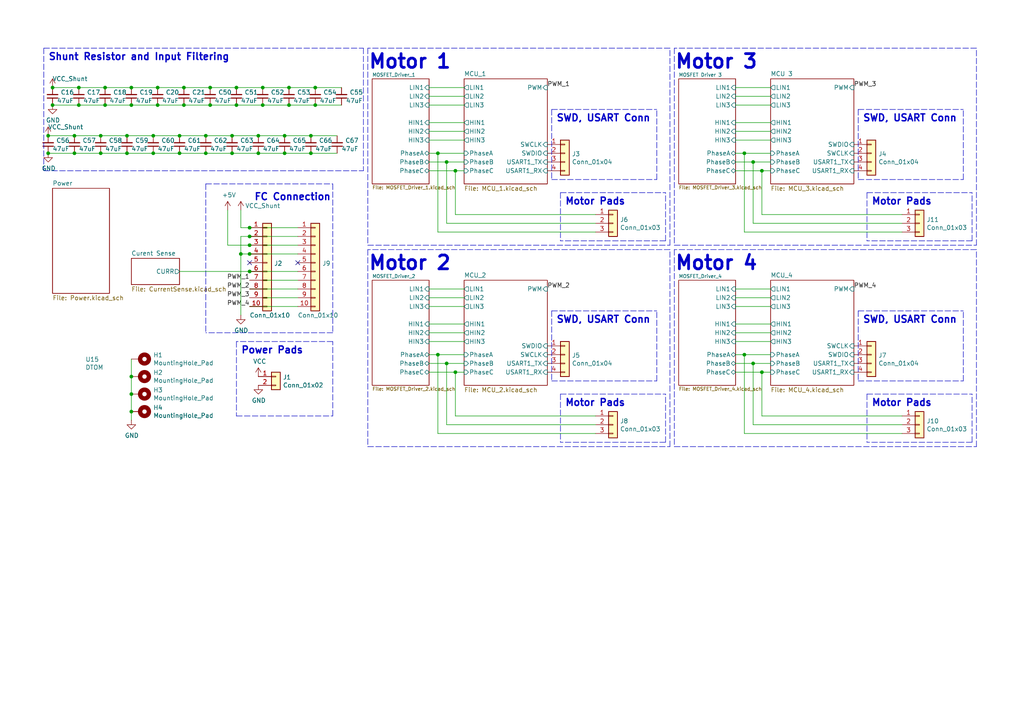
<source format=kicad_sch>
(kicad_sch (version 20250114) (generator "eeschema") (generator_version "9.0")
  (paper "A4")
  (lib_symbols
    (symbol "Connector_Generic:Conn_01x02" (pin_names (offset 1.016) (hide yes))
      (property "Reference" "J" (at 0 2.54 0))
      (property "Value" "Conn_01x02" (at 0 -5.08 0))
      (symbol "Conn_01x02_1_1"
        (rectangle (start -1.27 1.27) (end 1.27 -3.81) (stroke (width 0.254)) (fill (type background)))
        (rectangle (start -1.27 0.127) (end 0 -0.127) (stroke (width 0.1524)))
        (rectangle (start -1.27 -2.413) (end 0 -2.667) (stroke (width 0.1524)))
        (pin passive line (at -5.08 0 0) (length 3.81) (name "Pin_1") (number "1"))
        (pin passive line (at -5.08 -2.54 0) (length 3.81) (name "Pin_2") (number "2"))
      )
    )
    (symbol "Connector_Generic:Conn_01x03" (pin_names (offset 1.016) (hide yes))
      (property "Reference" "J" (at 0 5.08 0))
      (property "Value" "Conn_01x03" (at 0 -5.08 0))
      (symbol "Conn_01x03_1_1"
        (rectangle (start -1.27 3.81) (end 1.27 -3.81) (stroke (width 0.254)) (fill (type background)))
        (rectangle (start -1.27 2.667) (end 0 2.413) (stroke (width 0.1524)))
        (rectangle (start -1.27 0.127) (end 0 -0.127) (stroke (width 0.1524)))
        (rectangle (start -1.27 -2.413) (end 0 -2.667) (stroke (width 0.1524)))
        (pin passive line (at -5.08 2.54 0) (length 3.81) (name "Pin_1") (number "1"))
        (pin passive line (at -5.08 0 0) (length 3.81) (name "Pin_2") (number "2"))
        (pin passive line (at -5.08 -2.54 0) (length 3.81) (name "Pin_3") (number "3"))
      )
    )
    (symbol "Connector_Generic:Conn_01x04" (pin_names (offset 1.016) (hide yes))
      (property "Reference" "J" (at 0 5.08 0))
      (property "Value" "Conn_01x04" (at 0 -7.62 0))
      (symbol "Conn_01x04_1_1"
        (rectangle (start -1.27 3.81) (end 1.27 -6.35) (stroke (width 0.254)) (fill (type background)))
        (rectangle (start -1.27 2.667) (end 0 2.413) (stroke (width 0.1524)))
        (rectangle (start -1.27 0.127) (end 0 -0.127) (stroke (width 0.1524)))
        (rectangle (start -1.27 -2.413) (end 0 -2.667) (stroke (width 0.1524)))
        (rectangle (start -1.27 -4.953) (end 0 -5.207) (stroke (width 0.1524)))
        (pin passive line (at -5.08 2.54 0) (length 3.81) (name "Pin_1") (number "1"))
        (pin passive line (at -5.08 0 0) (length 3.81) (name "Pin_2") (number "2"))
        (pin passive line (at -5.08 -2.54 0) (length 3.81) (name "Pin_3") (number "3"))
        (pin passive line (at -5.08 -5.08 0) (length 3.81) (name "Pin_4") (number "4"))
      )
    )
    (symbol "Connector_Generic:Conn_01x10" (pin_names (offset 1.016) (hide yes))
      (property "Reference" "J" (at 0 12.7 0))
      (property "Value" "Conn_01x10" (at 0 -15.24 0))
      (symbol "Conn_01x10_1_1"
        (rectangle (start -1.27 11.43) (end 1.27 -13.97) (stroke (width 0.254)) (fill (type background)))
        (rectangle (start -1.27 10.287) (end 0 10.033) (stroke (width 0.1524)))
        (rectangle (start -1.27 7.747) (end 0 7.493) (stroke (width 0.1524)))
        (rectangle (start -1.27 5.207) (end 0 4.953) (stroke (width 0.1524)))
        (rectangle (start -1.27 2.667) (end 0 2.413) (stroke (width 0.1524)))
        (rectangle (start -1.27 0.127) (end 0 -0.127) (stroke (width 0.1524)))
        (rectangle (start -1.27 -2.413) (end 0 -2.667) (stroke (width 0.1524)))
        (rectangle (start -1.27 -4.953) (end 0 -5.207) (stroke (width 0.1524)))
        (rectangle (start -1.27 -7.493) (end 0 -7.747) (stroke (width 0.1524)))
        (rectangle (start -1.27 -10.033) (end 0 -10.287) (stroke (width 0.1524)))
        (rectangle (start -1.27 -12.573) (end 0 -12.827) (stroke (width 0.1524)))
        (pin passive line (at -5.08 10.16 0) (length 3.81) (name "Pin_1") (number "1"))
        (pin passive line (at -5.08 7.62 0) (length 3.81) (name "Pin_2") (number "2"))
        (pin passive line (at -5.08 5.08 0) (length 3.81) (name "Pin_3") (number "3"))
        (pin passive line (at -5.08 2.54 0) (length 3.81) (name "Pin_4") (number "4"))
        (pin passive line (at -5.08 0 0) (length 3.81) (name "Pin_5") (number "5"))
        (pin passive line (at -5.08 -2.54 0) (length 3.81) (name "Pin_6") (number "6"))
        (pin passive line (at -5.08 -5.08 0) (length 3.81) (name "Pin_7") (number "7"))
        (pin passive line (at -5.08 -7.62 0) (length 3.81) (name "Pin_8") (number "8"))
        (pin passive line (at -5.08 -10.16 0) (length 3.81) (name "Pin_9") (number "9"))
        (pin passive line (at -5.08 -12.7 0) (length 3.81) (name "Pin_10") (number "10"))
      )
    )
    (symbol "Device:C_Small" (pin_numbers (hide yes)) (pin_names (offset 0.254) (hide yes))
      (property "Reference" "C" (at 0.254 1.778 0))
      (property "Value" "C_Small" (at 0.254 -2.032 0))
      (symbol "C_Small_0_1"
        (polyline (pts (xy -1.524 0.508) (xy 1.524 0.508)) (stroke (width 0.3048)))
        (polyline (pts (xy -1.524 -0.508) (xy 1.524 -0.508)) (stroke (width 0.3302)))
      )
      (symbol "C_Small_1_1"
        (pin passive line (at 0 2.54 270) (length 2.032) (name "~") (number "1"))
        (pin passive line (at 0 -2.54 90) (length 2.032) (name "~") (number "2"))
      )
    )
    (symbol "JPW_Symbols:DTOM" (pin_names (offset 1.016))
      (property "Reference" "U" (at 0 1.27 0))
      (property "Value" "JPW_Symbols_DTOM" (at 0 0 0))
    )
    (symbol "Mechanical:MountingHole_Pad" (pin_numbers (hide yes)) (pin_names (offset 1.016) (hide yes)) (in_bom no)
      (property "Reference" "H" (at 0 6.35 0))
      (property "Value" "MountingHole_Pad" (at 0 4.445 0))
      (symbol "MountingHole_Pad_0_1"
        (circle (center 0 1.27) (radius 1.27) (stroke (width 1.27)))
      )
      (symbol "MountingHole_Pad_1_1"
        (pin input line (at 0 -2.54 90) (length 2.54) (name "1") (number "1"))
      )
    )
    (symbol "power:+5V" (power) (pin_numbers (hide yes)) (pin_names (offset 0) (hide yes))
      (property "Value" "+5V" (at 0 3.556 0))
      (symbol "+5V_0_1"
        (polyline (pts (xy -0.762 1.27) (xy 0 2.54)))
        (polyline (pts (xy 0 2.54) (xy 0.762 1.27)))
        (polyline (pts (xy 0 0) (xy 0 2.54)))
      )
      (symbol "+5V_1_1"
        (pin power_in line (at 0 0 90) (length 0) (name "~") (number "1"))
      )
    )
    (symbol "power:GND" (power) (pin_numbers (hide yes)) (pin_names (offset 0) (hide yes))
      (property "Value" "GND" (at 0 -3.81 0))
      (symbol "GND_0_1"
        (polyline (pts (xy 0 0) (xy 0 -1.27) (xy 1.27 -1.27) (xy 0 -2.54) (xy -1.27 -1.27) (xy 0 -1.27)))
      )
      (symbol "GND_1_1"
        (pin power_in line (at 0 0 270) (length 0) (name "~") (number "1"))
      )
    )
    (symbol "power:VCC" (power) (pin_numbers (hide yes)) (pin_names (offset 0) (hide yes))
      (property "Value" "VCC" (at 0 3.556 0))
      (symbol "VCC_0_1"
        (polyline (pts (xy -0.762 1.27) (xy 0 2.54)))
        (polyline (pts (xy 0 2.54) (xy 0.762 1.27)))
        (polyline (pts (xy 0 0) (xy 0 2.54)))
      )
      (symbol "VCC_1_1"
        (pin power_in line (at 0 0 90) (length 0) (name "~") (number "1"))
      )
    )
    (symbol "power:VCC_Shunt" (power) (pin_names (offset 1.016))
      (property "Value" "power_VCC_Shunt" (at 5.08 5.08 0))
      (symbol "VCC_Shunt_1_1"
        (polyline (pts (xy -0.762 1.27) (xy 0 2.54)))
        (polyline (pts (xy 0 2.54) (xy 0.762 1.27)))
        (polyline (pts (xy 0 0) (xy 0 2.54)))
        (pin power_in line (at 0 0 90) (length 0) (hide yes) (name "VCC_Shunt") (number "1"))
      )
    )
  )
  (text "SWD, USART Conn" (at 250.19 35.56 0) (effects (font (size 2.0066 2.0066) (thickness 0.4013) (bold yes)) (justify left bottom)))
  (text "Motor Pads" (at 252.73 59.69 0) (effects (font (size 2.0066 2.0066) (thickness 0.4013) (bold yes)) (justify left bottom)))
  (text "Motor 2" (at 106.68 78.74 0) (effects (font (size 3.9878 3.9878) (thickness 0.7976) (bold yes)) (justify left bottom)))
  (text "Motor 4" (at 195.58 78.74 0) (effects (font (size 3.9878 3.9878) (thickness 0.7976) (bold yes)) (justify left bottom)))
  (text "SWD, USART Conn" (at 161.29 93.98 0) (effects (font (size 2.0066 2.0066) (thickness 0.4013) (bold yes)) (justify left bottom)))
  (text "Motor 1" (at 106.68 20.32 0) (effects (font (size 3.9878 3.9878) (thickness 0.7976) (bold yes)) (justify left bottom)))
  (text "Motor Pads" (at 252.73 118.11 0) (effects (font (size 2.0066 2.0066) (thickness 0.4013) (bold yes)) (justify left bottom)))
  (text "Motor Pads" (at 163.83 118.11 0) (effects (font (size 2.0066 2.0066) (thickness 0.4013) (bold yes)) (justify left bottom)))
  (text "Motor 3" (at 195.58 20.32 0) (effects (font (size 3.9878 3.9878) (thickness 0.7976) (bold yes)) (justify left bottom)))
  (text "SWD, USART Conn" (at 250.19 93.98 0) (effects (font (size 2.0066 2.0066) (thickness 0.4013) (bold yes)) (justify left bottom)))
  (text "FC Connection" (at 73.66 58.42 0) (effects (font (size 2.0066 2.0066) (thickness 0.4013) (bold yes)) (justify left bottom)))
  (text "Shunt Resistor and Input Filtering" (at 13.97 17.78 0) (effects (font (size 2.0066 2.0066) (thickness 0.4013) (bold yes)) (justify left bottom)))
  (text "SWD, USART Conn" (at 161.29 35.56 0) (effects (font (size 2.0066 2.0066) (thickness 0.4013) (bold yes)) (justify left bottom)))
  (text "Motor Pads" (at 163.83 59.69 0) (effects (font (size 2.0066 2.0066) (thickness 0.4013) (bold yes)) (justify left bottom)))
  (text "Power Pads" (at 69.85 102.87 0) (effects (font (size 2.0066 2.0066) (thickness 0.4013) (bold yes)) (justify left bottom)))
  (junction (at 52.07 39.37))
  (junction (at 129.54 46.99))
  (junction (at 45.72 25.4))
  (junction (at 15.24 25.4))
  (junction (at 91.44 25.4))
  (junction (at 29.21 39.37))
  (junction (at 132.08 49.53))
  (junction (at 83.82 30.48))
  (junction (at 38.1 109.22))
  (junction (at 220.98 107.95))
  (junction (at 38.1 114.3))
  (junction (at 129.54 105.41))
  (junction (at 72.39 73.66))
  (junction (at 53.34 30.48))
  (junction (at 38.1 119.38))
  (junction (at 13.97 39.37))
  (junction (at 36.83 39.37))
  (junction (at 29.21 44.45))
  (junction (at 59.69 39.37))
  (junction (at 90.17 39.37))
  (junction (at 60.96 25.4))
  (junction (at 74.93 39.37))
  (junction (at 127 44.45))
  (junction (at 60.96 30.48))
  (junction (at 38.1 30.48))
  (junction (at 72.39 68.58))
  (junction (at 82.55 39.37))
  (junction (at 21.59 44.45))
  (junction (at 59.69 44.45))
  (junction (at 15.24 30.48))
  (junction (at 44.45 44.45))
  (junction (at 38.1 25.4))
  (junction (at 53.34 25.4))
  (junction (at 82.55 44.45))
  (junction (at 36.83 44.45))
  (junction (at 13.97 44.45))
  (junction (at 83.82 25.4))
  (junction (at 220.98 49.53))
  (junction (at 76.2 25.4))
  (junction (at 45.72 30.48))
  (junction (at 69.85 73.66))
  (junction (at 91.44 30.48))
  (junction (at 215.9 102.87))
  (junction (at 44.45 39.37))
  (junction (at 68.58 30.48))
  (junction (at 72.39 66.04))
  (junction (at 21.59 39.37))
  (junction (at 74.93 44.45))
  (junction (at 215.9 44.45))
  (junction (at 30.48 30.48))
  (junction (at 218.44 105.41))
  (junction (at 218.44 46.99))
  (junction (at 22.86 30.48))
  (junction (at 72.39 71.12))
  (junction (at 67.31 39.37))
  (junction (at 127 102.87))
  (junction (at 30.48 25.4))
  (junction (at 72.39 78.74))
  (junction (at 52.07 44.45))
  (junction (at 90.17 44.45))
  (junction (at 76.2 30.48))
  (junction (at 22.86 25.4))
  (junction (at 68.58 25.4))
  (junction (at 67.31 44.45))
  (junction (at 132.08 107.95))
  (no_connect (at 86.36 76.2))
  (no_connect (at 72.39 76.2))
  (wire (pts (xy 215.9 44.45) (xy 223.52 44.45)))
  (wire (pts (xy 134.62 96.52) (xy 124.46 96.52)))
  (wire (pts (xy 220.98 107.95) (xy 223.52 107.95)))
  (wire (pts (xy 74.93 44.45) (xy 67.31 44.45)))
  (wire (pts (xy 218.44 46.99) (xy 223.52 46.99)))
  (wire (pts (xy 124.46 40.64) (xy 134.62 40.64)))
  (wire (pts (xy 30.48 25.4) (xy 38.1 25.4)))
  (polyline (pts (xy 193.04 69.85) (xy 162.56 69.85)) (stroke (width 0) (type dash)))
  (wire (pts (xy 15.24 25.4) (xy 22.86 25.4)))
  (wire (pts (xy 60.96 30.48) (xy 53.34 30.48)))
  (polyline (pts (xy 248.92 31.75) (xy 248.92 52.07)) (stroke (width 0) (type dash)))
  (polyline (pts (xy 251.46 114.3) (xy 251.46 128.27)) (stroke (width 0) (type dash)))
  (wire (pts (xy 30.48 30.48) (xy 22.86 30.48)))
  (polyline (pts (xy 194.31 71.12) (xy 194.31 13.97)) (stroke (width 0) (type dash)))
  (wire (pts (xy 44.45 44.45) (xy 36.83 44.45)))
  (wire (pts (xy 124.46 83.82) (xy 134.62 83.82)))
  (polyline (pts (xy 193.04 69.85) (xy 193.04 55.88)) (stroke (width 0) (type dash)))
  (wire (pts (xy 220.98 62.23) (xy 261.62 62.23)))
  (wire (pts (xy 124.46 99.06) (xy 134.62 99.06)))
  (wire (pts (xy 213.36 35.56) (xy 223.52 35.56)))
  (wire (pts (xy 220.98 107.95) (xy 220.98 120.65)))
  (wire (pts (xy 261.62 64.77) (xy 218.44 64.77)))
  (wire (pts (xy 132.08 107.95) (xy 134.62 107.95)))
  (polyline (pts (xy 279.4 110.49) (xy 279.4 90.17)) (stroke (width 0) (type dash)))
  (polyline (pts (xy 283.21 13.97) (xy 195.58 13.97)) (stroke (width 0) (type dash)))
  (polyline (pts (xy 96.52 96.52) (xy 59.69 96.52)) (stroke (width 0) (type dash)))
  (polyline (pts (xy 283.21 129.54) (xy 283.21 72.39)) (stroke (width 0) (type dash)))
  (wire (pts (xy 29.21 39.37) (xy 36.83 39.37)))
  (wire (pts (xy 38.1 114.3) (xy 38.1 109.22)))
  (polyline (pts (xy 12.7 49.53) (xy 105.41 49.53)) (stroke (width 0) (type dash)))
  (wire (pts (xy 67.31 44.45) (xy 59.69 44.45)))
  (polyline (pts (xy 281.94 128.27) (xy 251.46 128.27)) (stroke (width 0) (type dash)))
  (wire (pts (xy 72.39 86.36) (xy 86.36 86.36)))
  (polyline (pts (xy 106.68 71.12) (xy 194.31 71.12)) (stroke (width 0) (type dash)))
  (wire (pts (xy 76.2 25.4) (xy 83.82 25.4)))
  (wire (pts (xy 13.97 39.37) (xy 21.59 39.37)))
  (wire (pts (xy 69.85 68.58) (xy 72.39 68.58)))
  (wire (pts (xy 36.83 44.45) (xy 29.21 44.45)))
  (polyline (pts (xy 193.04 128.27) (xy 162.56 128.27)) (stroke (width 0) (type dash)))
  (wire (pts (xy 21.59 39.37) (xy 29.21 39.37)))
  (wire (pts (xy 72.39 73.66) (xy 69.85 73.66)))
  (wire (pts (xy 91.44 30.48) (xy 83.82 30.48)))
  (wire (pts (xy 90.17 44.45) (xy 82.55 44.45)))
  (wire (pts (xy 129.54 123.19) (xy 129.54 105.41)))
  (wire (pts (xy 38.1 121.92) (xy 38.1 119.38)))
  (wire (pts (xy 72.39 83.82) (xy 86.36 83.82)))
  (wire (pts (xy 132.08 120.65) (xy 172.72 120.65)))
  (polyline (pts (xy 283.21 72.39) (xy 195.58 72.39)) (stroke (width 0) (type dash)))
  (polyline (pts (xy 248.92 110.49) (xy 279.4 110.49)) (stroke (width 0) (type dash)))
  (wire (pts (xy 124.46 93.98) (xy 134.62 93.98)))
  (polyline (pts (xy 96.52 99.06) (xy 68.58 99.06)) (stroke (width 0) (type dash)))
  (wire (pts (xy 220.98 49.53) (xy 223.52 49.53)))
  (polyline (pts (xy 68.58 99.06) (xy 68.58 120.65)) (stroke (width 0) (type dash)))
  (wire (pts (xy 68.58 25.4) (xy 76.2 25.4)))
  (wire (pts (xy 38.1 25.4) (xy 45.72 25.4)))
  (wire (pts (xy 72.39 78.74) (xy 86.36 78.74)))
  (wire (pts (xy 129.54 64.77) (xy 129.54 46.99)))
  (polyline (pts (xy 106.68 13.97) (xy 106.68 71.12)) (stroke (width 0) (type dash)))
  (wire (pts (xy 129.54 105.41) (xy 134.62 105.41)))
  (polyline (pts (xy 96.52 53.34) (xy 96.52 96.52)) (stroke (width 0) (type dash)))
  (polyline (pts (xy 248.92 90.17) (xy 248.92 110.49)) (stroke (width 0) (type dash)))
  (wire (pts (xy 86.36 88.9) (xy 72.39 88.9)))
  (wire (pts (xy 213.36 99.06) (xy 223.52 99.06)))
  (polyline (pts (xy 193.04 128.27) (xy 193.04 114.3)) (stroke (width 0) (type dash)))
  (wire (pts (xy 124.46 46.99) (xy 129.54 46.99)))
  (wire (pts (xy 215.9 125.73) (xy 261.62 125.73)))
  (wire (pts (xy 53.34 30.48) (xy 45.72 30.48)))
  (wire (pts (xy 36.83 39.37) (xy 44.45 39.37)))
  (wire (pts (xy 127 102.87) (xy 127 125.73)))
  (wire (pts (xy 127 44.45) (xy 134.62 44.45)))
  (polyline (pts (xy 12.7 13.97) (xy 105.41 13.97)) (stroke (width 0) (type dash)))
  (wire (pts (xy 59.69 44.45) (xy 52.07 44.45)))
  (wire (pts (xy 124.46 86.36) (xy 134.62 86.36)))
  (wire (pts (xy 213.36 86.36) (xy 223.52 86.36)))
  (wire (pts (xy 132.08 62.23) (xy 172.72 62.23)))
  (polyline (pts (xy 106.68 129.54) (xy 194.31 129.54)) (stroke (width 0) (type dash)))
  (wire (pts (xy 220.98 49.53) (xy 220.98 62.23)))
  (wire (pts (xy 99.06 30.48) (xy 91.44 30.48)))
  (wire (pts (xy 132.08 107.95) (xy 132.08 120.65)))
  (wire (pts (xy 86.36 68.58) (xy 72.39 68.58)))
  (wire (pts (xy 124.46 49.53) (xy 132.08 49.53)))
  (polyline (pts (xy 68.58 120.65) (xy 96.52 120.65)) (stroke (width 0) (type dash)))
  (wire (pts (xy 124.46 27.94) (xy 134.62 27.94)))
  (wire (pts (xy 127 102.87) (xy 134.62 102.87)))
  (wire (pts (xy 215.9 102.87) (xy 223.52 102.87)))
  (polyline (pts (xy 96.52 120.65) (xy 96.52 99.06)) (stroke (width 0) (type dash)))
  (wire (pts (xy 66.04 71.12) (xy 72.39 71.12)))
  (wire (pts (xy 60.96 25.4) (xy 68.58 25.4)))
  (polyline (pts (xy 281.94 69.85) (xy 251.46 69.85)) (stroke (width 0) (type dash)))
  (wire (pts (xy 213.36 49.53) (xy 220.98 49.53)))
  (wire (pts (xy 67.31 39.37) (xy 74.93 39.37)))
  (wire (pts (xy 172.72 64.77) (xy 129.54 64.77)))
  (wire (pts (xy 132.08 49.53) (xy 134.62 49.53)))
  (wire (pts (xy 127 67.31) (xy 172.72 67.31)))
  (polyline (pts (xy 251.46 114.3) (xy 281.94 114.3)) (stroke (width 0) (type dash)))
  (wire (pts (xy 45.72 30.48) (xy 38.1 30.48)))
  (wire (pts (xy 132.08 49.53) (xy 132.08 62.23)))
  (wire (pts (xy 69.85 73.66) (xy 69.85 91.44)))
  (wire (pts (xy 72.39 66.04) (xy 86.36 66.04)))
  (polyline (pts (xy 190.5 52.07) (xy 190.5 31.75)) (stroke (width 0) (type dash)))
  (wire (pts (xy 213.36 44.45) (xy 215.9 44.45)))
  (wire (pts (xy 82.55 39.37) (xy 90.17 39.37)))
  (wire (pts (xy 127 125.73) (xy 172.72 125.73)))
  (wire (pts (xy 86.36 81.28) (xy 72.39 81.28)))
  (wire (pts (xy 124.46 35.56) (xy 134.62 35.56)))
  (polyline (pts (xy 248.92 90.17) (xy 279.4 90.17)) (stroke (width 0) (type dash)))
  (polyline (pts (xy 281.94 69.85) (xy 281.94 55.88)) (stroke (width 0) (type dash)))
  (wire (pts (xy 59.69 39.37) (xy 67.31 39.37)))
  (wire (pts (xy 213.36 46.99) (xy 218.44 46.99)))
  (wire (pts (xy 127 44.45) (xy 127 67.31)))
  (polyline (pts (xy 160.02 90.17) (xy 190.5 90.17)) (stroke (width 0) (type dash)))
  (polyline (pts (xy 195.58 129.54) (xy 283.21 129.54)) (stroke (width 0) (type dash)))
  (polyline (pts (xy 59.69 53.34) (xy 59.69 96.52)) (stroke (width 0) (type dash)))
  (wire (pts (xy 22.86 25.4) (xy 30.48 25.4)))
  (wire (pts (xy 66.04 60.96) (xy 66.04 71.12)))
  (wire (pts (xy 82.55 44.45) (xy 74.93 44.45)))
  (wire (pts (xy 69.85 68.58) (xy 69.85 73.66)))
  (wire (pts (xy 124.46 25.4) (xy 134.62 25.4)))
  (polyline (pts (xy 281.94 128.27) (xy 281.94 114.3)) (stroke (width 0) (type dash)))
  (wire (pts (xy 124.46 102.87) (xy 127 102.87)))
  (polyline (pts (xy 283.21 71.12) (xy 283.21 13.97)) (stroke (width 0) (type dash)))
  (wire (pts (xy 218.44 64.77) (xy 218.44 46.99)))
  (polyline (pts (xy 106.68 72.39) (xy 106.68 129.54)) (stroke (width 0) (type dash)))
  (polyline (pts (xy 160.02 31.75) (xy 160.02 52.07)) (stroke (width 0) (type dash)))
  (polyline (pts (xy 160.02 110.49) (xy 190.5 110.49)) (stroke (width 0) (type dash)))
  (wire (pts (xy 213.36 40.64) (xy 223.52 40.64)))
  (wire (pts (xy 72.39 73.66) (xy 86.36 73.66)))
  (wire (pts (xy 134.62 30.48) (xy 124.46 30.48)))
  (wire (pts (xy 74.93 39.37) (xy 82.55 39.37)))
  (wire (pts (xy 213.36 102.87) (xy 215.9 102.87)))
  (polyline (pts (xy 162.56 55.88) (xy 193.04 55.88)) (stroke (width 0) (type dash)))
  (wire (pts (xy 124.46 107.95) (xy 132.08 107.95)))
  (wire (pts (xy 134.62 38.1) (xy 124.46 38.1)))
  (wire (pts (xy 90.17 39.37) (xy 97.79 39.37)))
  (wire (pts (xy 83.82 25.4) (xy 91.44 25.4)))
  (wire (pts (xy 97.79 44.45) (xy 90.17 44.45)))
  (polyline (pts (xy 195.58 13.97) (xy 195.58 71.12)) (stroke (width 0) (type dash)))
  (wire (pts (xy 172.72 123.19) (xy 129.54 123.19)))
  (wire (pts (xy 69.85 66.04) (xy 72.39 66.04)))
  (polyline (pts (xy 162.56 114.3) (xy 162.56 128.27)) (stroke (width 0) (type dash)))
  (polyline (pts (xy 251.46 55.88) (xy 251.46 69.85)) (stroke (width 0) (type dash)))
  (polyline (pts (xy 105.41 13.97) (xy 105.41 49.53)) (stroke (width 0) (type dash)))
  (wire (pts (xy 129.54 46.99) (xy 134.62 46.99)))
  (wire (pts (xy 213.36 27.94) (xy 223.52 27.94)))
  (polyline (pts (xy 195.58 72.39) (xy 195.58 129.54)) (stroke (width 0) (type dash)))
  (wire (pts (xy 91.44 25.4) (xy 99.06 25.4)))
  (polyline (pts (xy 195.58 71.12) (xy 283.21 71.12)) (stroke (width 0) (type dash)))
  (wire (pts (xy 22.86 30.48) (xy 15.24 30.48)))
  (polyline (pts (xy 248.92 31.75) (xy 279.4 31.75)) (stroke (width 0) (type dash)))
  (polyline (pts (xy 251.46 55.88) (xy 281.94 55.88)) (stroke (width 0) (type dash)))
  (wire (pts (xy 215.9 102.87) (xy 215.9 125.73)))
  (wire (pts (xy 220.98 120.65) (xy 261.62 120.65)))
  (wire (pts (xy 223.52 30.48) (xy 213.36 30.48)))
  (wire (pts (xy 223.52 38.1) (xy 213.36 38.1)))
  (wire (pts (xy 215.9 67.31) (xy 261.62 67.31)))
  (wire (pts (xy 68.58 30.48) (xy 60.96 30.48)))
  (wire (pts (xy 213.36 105.41) (xy 218.44 105.41)))
  (polyline (pts (xy 160.02 90.17) (xy 160.02 110.49)) (stroke (width 0) (type dash)))
  (polyline (pts (xy 160.02 52.07) (xy 190.5 52.07)) (stroke (width 0) (type dash)))
  (wire (pts (xy 69.85 60.96) (xy 69.85 66.04)))
  (polyline (pts (xy 190.5 110.49) (xy 190.5 90.17)) (stroke (width 0) (type dash)))
  (polyline (pts (xy 162.56 55.88) (xy 162.56 69.85)) (stroke (width 0) (type dash)))
  (wire (pts (xy 44.45 39.37) (xy 52.07 39.37)))
  (wire (pts (xy 83.82 30.48) (xy 76.2 30.48)))
  (polyline (pts (xy 160.02 31.75) (xy 190.5 31.75)) (stroke (width 0) (type dash)))
  (wire (pts (xy 213.36 93.98) (xy 223.52 93.98)))
  (wire (pts (xy 45.72 25.4) (xy 53.34 25.4)))
  (wire (pts (xy 72.39 71.12) (xy 86.36 71.12)))
  (wire (pts (xy 134.62 88.9) (xy 124.46 88.9)))
  (wire (pts (xy 223.52 96.52) (xy 213.36 96.52)))
  (wire (pts (xy 124.46 44.45) (xy 127 44.45)))
  (wire (pts (xy 213.36 83.82) (xy 223.52 83.82)))
  (wire (pts (xy 213.36 25.4) (xy 223.52 25.4)))
  (polyline (pts (xy 194.31 13.97) (xy 106.68 13.97)) (stroke (width 0) (type dash)))
  (wire (pts (xy 261.62 123.19) (xy 218.44 123.19)))
  (wire (pts (xy 53.34 25.4) (xy 60.96 25.4)))
  (polyline (pts (xy 12.7 13.97) (xy 12.7 49.53)) (stroke (width 0) (type dash)))
  (wire (pts (xy 38.1 109.22) (xy 38.1 104.14)))
  (polyline (pts (xy 162.56 114.3) (xy 193.04 114.3)) (stroke (width 0) (type dash)))
  (wire (pts (xy 124.46 105.41) (xy 129.54 105.41)))
  (polyline (pts (xy 59.69 53.34) (xy 96.52 53.34)) (stroke (width 0) (type dash)))
  (polyline (pts (xy 194.31 72.39) (xy 106.68 72.39)) (stroke (width 0) (type dash)))
  (polyline (pts (xy 279.4 52.07) (xy 279.4 31.75)) (stroke (width 0) (type dash)))
  (wire (pts (xy 29.21 44.45) (xy 21.59 44.45)))
  (wire (pts (xy 215.9 44.45) (xy 215.9 67.31)))
  (wire (pts (xy 213.36 107.95) (xy 220.98 107.95)))
  (wire (pts (xy 38.1 119.38) (xy 38.1 114.3)))
  (wire (pts (xy 52.07 78.74) (xy 72.39 78.74)))
  (polyline (pts (xy 194.31 129.54) (xy 194.31 72.39)) (stroke (width 0) (type dash)))
  (polyline (pts (xy 248.92 52.07) (xy 279.4 52.07)) (stroke (width 0) (type dash)))
  (wire (pts (xy 223.52 88.9) (xy 213.36 88.9)))
  (wire (pts (xy 21.59 44.45) (xy 13.97 44.45)))
  (wire (pts (xy 52.07 44.45) (xy 44.45 44.45)))
  (wire (pts (xy 52.07 39.37) (xy 59.69 39.37)))
  (wire (pts (xy 38.1 30.48) (xy 30.48 30.48)))
  (wire (pts (xy 218.44 105.41) (xy 223.52 105.41)))
  (wire (pts (xy 218.44 123.19) (xy 218.44 105.41)))
  (wire (pts (xy 76.2 30.48) (xy 68.58 30.48)))
  (label "PWM_2" (at 72.39 83.82 180))
  (label "PWM_1" (at 158.75 25.4 0))
  (label "PWM_3" (at 247.65 25.4 0))
  (label "PWM_4" (at 72.39 88.9 180))
  (label "PWM_2" (at 158.75 83.82 0))
  (label "PWM_4" (at 247.65 83.82 0))
  (label "PWM_1" (at 72.39 81.28 180))
  (label "PWM_3" (at 72.39 86.36 180))
  (symbol (lib_id "Device:C_Small") (at 15.24 27.94 180) (unit 1)
    (property "Reference" "C16" (at 17.5768 26.7716 0) (effects (justify right)))
    (property "Value" "47uF" (at 16.51 29.21 0) (effects (justify right)))
    (property "Footprint" "Capacitor_SMD:C_1206_3216Metric" (effects (hide yes)))
  )
  (symbol (lib_id "Device:C_Small") (at 22.86 27.94 180) (unit 1)
    (property "Reference" "C17" (at 25.1968 26.7716 0) (effects (justify right)))
    (property "Value" "47uF" (at 24.13 29.21 0) (effects (justify right)))
    (property "Footprint" "Capacitor_SMD:C_1206_3216Metric" (effects (hide yes)))
  )
  (symbol (lib_id "Device:C_Small") (at 30.48 27.94 180) (unit 1)
    (property "Reference" "C18" (at 32.8168 26.7716 0) (effects (justify right)))
    (property "Value" "47uF" (at 31.75 29.21 0) (effects (justify right)))
    (property "Footprint" "Capacitor_SMD:C_1206_3216Metric" (effects (hide yes)))
  )
  (symbol (lib_id "Device:C_Small") (at 38.1 27.94 180) (unit 1)
    (property "Reference" "C19" (at 40.4368 26.7716 0) (effects (justify right)))
    (property "Value" "47uF" (at 39.37 29.21 0) (effects (justify right)))
    (property "Footprint" "Capacitor_SMD:C_1206_3216Metric" (effects (hide yes)))
  )
  (symbol (lib_id "Device:C_Small") (at 45.72 27.94 180) (unit 1)
    (property "Reference" "C20" (at 48.0568 26.7716 0) (effects (justify right)))
    (property "Value" "47uF" (at 46.99 29.21 0) (effects (justify right)))
    (property "Footprint" "Capacitor_SMD:C_1206_3216Metric" (effects (hide yes)))
  )
  (symbol (lib_id "Device:C_Small") (at 53.34 27.94 180) (unit 1)
    (property "Reference" "C21" (at 55.6768 26.7716 0) (effects (justify right)))
    (property "Value" "47uF" (at 54.61 29.21 0) (effects (justify right)))
    (property "Footprint" "Capacitor_SMD:C_1206_3216Metric" (effects (hide yes)))
  )
  (symbol (lib_id "power:GND") (at 15.24 30.48 0) (unit 1)
    (property "Reference" "#PWR0121" (effects (hide yes)))
    (property "Value" "GND" (at 15.367 34.8742 0))
  )
  (symbol (lib_id "Connector_Generic:Conn_01x02") (at 80.01 109.22 0) (unit 1)
    (property "Reference" "J1" (at 82.042 109.4232 0) (effects (justify left)))
    (property "Value" "Conn_01x02" (at 82.042 111.7346 0) (effects (justify left)))
    (property "Footprint" "Connector_Wire:Conn_PowerPad_4in1" (effects (hide yes)))
  )
  (symbol (lib_id "power:VCC") (at 74.93 109.22 0) (unit 1)
    (property "Reference" "#PWR0115" (effects (hide yes)))
    (property "Value" "VCC" (at 75.311 104.8258 0))
  )
  (symbol (lib_id "power:GND") (at 74.93 111.76 0) (unit 1)
    (property "Reference" "#PWR0116" (effects (hide yes)))
    (property "Value" "GND" (at 75.057 116.1542 0))
  )
  (symbol (lib_id "power:GND") (at 69.85 91.44 0) (unit 1)
    (property "Reference" "#PWR0114" (effects (hide yes)))
    (property "Value" "GND" (at 69.977 95.8342 0))
  )
  (symbol (lib_id "power:VCC_Shunt") (at 15.24 25.4 0) (unit 1)
    (property "Reference" "#PWR0104" (effects (hide yes)))
    (property "Value" "VCC_Shunt" (at 20.32 22.86 0))
  )
  (symbol (lib_id "power:VCC_Shunt") (at 69.85 60.96 0) (unit 1)
    (property "Reference" "#PWR0124" (effects (hide yes)))
    (property "Value" "VCC_Shunt" (at 76.2 59.69 0))
  )
  (symbol (lib_id "Mechanical:MountingHole_Pad") (at 40.64 104.14 270) (unit 1)
    (property "Reference" "H1" (at 44.45 102.9716 90) (effects (justify left)))
    (property "Value" "MountingHole_Pad" (at 44.45 105.283 90) (effects (justify left)))
    (property "Footprint" "MountingHole:MountingHole_4in1ESC" (effects (hide yes)))
  )
  (symbol (lib_id "Mechanical:MountingHole_Pad") (at 40.64 109.22 270) (unit 1)
    (property "Reference" "H2" (at 44.45 108.0516 90) (effects (justify left)))
    (property "Value" "MountingHole_Pad" (at 44.45 110.363 90) (effects (justify left)))
    (property "Footprint" "MountingHole:MountingHole_4in1ESC" (effects (hide yes)))
  )
  (symbol (lib_id "Mechanical:MountingHole_Pad") (at 40.64 114.3 270) (unit 1)
    (property "Reference" "H3" (at 44.45 113.1316 90) (effects (justify left)))
    (property "Value" "MountingHole_Pad" (at 44.45 115.443 90) (effects (justify left)))
    (property "Footprint" "MountingHole:MountingHole_4in1ESC" (effects (hide yes)))
  )
  (symbol (lib_id "Mechanical:MountingHole_Pad") (at 40.64 119.38 270) (unit 1)
    (property "Reference" "H4" (at 44.45 118.2116 90) (effects (justify left)))
    (property "Value" "MountingHole_Pad" (at 44.45 120.523 90) (effects (justify left)))
    (property "Footprint" "MountingHole:MountingHole_4in1ESC" (effects (hide yes)))
  )
  (symbol (lib_id "power:GND") (at 38.1 121.92 0) (unit 1)
    (property "Reference" "#PWR0218" (effects (hide yes)))
    (property "Value" "GND" (at 38.227 126.3142 0))
  )
  (symbol (lib_id "Device:C_Small") (at 60.96 27.94 180) (unit 1)
    (property "Reference" "C50" (at 63.2968 26.7716 0) (effects (justify right)))
    (property "Value" "47uF" (at 62.23 29.21 0) (effects (justify right)))
    (property "Footprint" "Capacitor_SMD:C_1206_3216Metric" (effects (hide yes)))
  )
  (symbol (lib_id "Device:C_Small") (at 68.58 27.94 180) (unit 1)
    (property "Reference" "C51" (at 70.9168 26.7716 0) (effects (justify right)))
    (property "Value" "47uF" (at 69.85 29.21 0) (effects (justify right)))
    (property "Footprint" "Capacitor_SMD:C_1206_3216Metric" (effects (hide yes)))
  )
  (symbol (lib_id "Device:C_Small") (at 76.2 27.94 180) (unit 1)
    (property "Reference" "C52" (at 78.5368 26.7716 0) (effects (justify right)))
    (property "Value" "47uF" (at 77.47 29.21 0) (effects (justify right)))
    (property "Footprint" "Capacitor_SMD:C_1206_3216Metric" (effects (hide yes)))
  )
  (symbol (lib_id "Device:C_Small") (at 83.82 27.94 180) (unit 1)
    (property "Reference" "C53" (at 86.1568 26.7716 0) (effects (justify right)))
    (property "Value" "47uF" (at 85.09 29.21 0) (effects (justify right)))
    (property "Footprint" "Capacitor_SMD:C_1206_3216Metric" (effects (hide yes)))
  )
  (symbol (lib_id "Device:C_Small") (at 91.44 27.94 180) (unit 1)
    (property "Reference" "C54" (at 93.7768 26.7716 0) (effects (justify right)))
    (property "Value" "47uF" (at 92.71 29.21 0) (effects (justify right)))
    (property "Footprint" "Capacitor_SMD:C_1206_3216Metric" (effects (hide yes)))
  )
  (symbol (lib_id "Device:C_Small") (at 99.06 27.94 180) (unit 1)
    (property "Reference" "C55" (at 101.3968 26.7716 0) (effects (justify right)))
    (property "Value" "47uF" (at 100.33 29.21 0) (effects (justify right)))
    (property "Footprint" "Capacitor_SMD:C_1206_3216Metric" (effects (hide yes)))
  )
  (symbol (lib_id "Connector_Generic:Conn_01x03") (at 266.7 64.77 0) (unit 1)
    (property "Reference" "J11" (at 268.732 63.7032 0) (effects (justify left)))
    (property "Value" "Conn_01x03" (at 268.732 66.0146 0) (effects (justify left)))
    (property "Footprint" "Connector_Wire:Conn_MotorPhase" (effects (hide yes)))
  )
  (symbol (lib_id "Device:C_Small") (at 13.97 41.91 180) (unit 1)
    (property "Reference" "C56" (at 16.3068 40.7416 0) (effects (justify right)))
    (property "Value" "47uF" (at 15.24 43.18 0) (effects (justify right)))
    (property "Footprint" "Capacitor_SMD:C_1206_3216Metric" (effects (hide yes)))
  )
  (symbol (lib_id "Device:C_Small") (at 21.59 41.91 180) (unit 1)
    (property "Reference" "C57" (at 23.9268 40.7416 0) (effects (justify right)))
    (property "Value" "47uF" (at 22.86 43.18 0) (effects (justify right)))
    (property "Footprint" "Capacitor_SMD:C_1206_3216Metric" (effects (hide yes)))
  )
  (symbol (lib_id "Device:C_Small") (at 29.21 41.91 180) (unit 1)
    (property "Reference" "C58" (at 31.5468 40.7416 0) (effects (justify right)))
    (property "Value" "47uF" (at 30.48 43.18 0) (effects (justify right)))
    (property "Footprint" "Capacitor_SMD:C_1206_3216Metric" (effects (hide yes)))
  )
  (symbol (lib_id "Device:C_Small") (at 36.83 41.91 180) (unit 1)
    (property "Reference" "C59" (at 39.1668 40.7416 0) (effects (justify right)))
    (property "Value" "47uF" (at 38.1 43.18 0) (effects (justify right)))
    (property "Footprint" "Capacitor_SMD:C_1206_3216Metric" (effects (hide yes)))
  )
  (symbol (lib_id "Device:C_Small") (at 44.45 41.91 180) (unit 1)
    (property "Reference" "C60" (at 46.7868 40.7416 0) (effects (justify right)))
    (property "Value" "47uF" (at 45.72 43.18 0) (effects (justify right)))
    (property "Footprint" "Capacitor_SMD:C_1206_3216Metric" (effects (hide yes)))
  )
  (symbol (lib_id "Device:C_Small") (at 52.07 41.91 180) (unit 1)
    (property "Reference" "C61" (at 54.4068 40.7416 0) (effects (justify right)))
    (property "Value" "47uF" (at 53.34 43.18 0) (effects (justify right)))
    (property "Footprint" "Capacitor_SMD:C_1206_3216Metric" (effects (hide yes)))
  )
  (symbol (lib_id "power:GND") (at 13.97 44.45 0) (unit 1)
    (property "Reference" "#PWR0216" (effects (hide yes)))
    (property "Value" "GND" (at 14.097 48.8442 0))
  )
  (symbol (lib_id "power:VCC_Shunt") (at 13.97 39.37 0) (unit 1)
    (property "Reference" "#PWR0217" (effects (hide yes)))
    (property "Value" "VCC_Shunt" (at 19.05 36.83 0))
  )
  (symbol (lib_id "Device:C_Small") (at 59.69 41.91 180) (unit 1)
    (property "Reference" "C62" (at 62.0268 40.7416 0) (effects (justify right)))
    (property "Value" "47uF" (at 60.96 43.18 0) (effects (justify right)))
    (property "Footprint" "Capacitor_SMD:C_1206_3216Metric" (effects (hide yes)))
  )
  (symbol (lib_id "Device:C_Small") (at 67.31 41.91 180) (unit 1)
    (property "Reference" "C63" (at 69.6468 40.7416 0) (effects (justify right)))
    (property "Value" "47uF" (at 68.58 43.18 0) (effects (justify right)))
    (property "Footprint" "Capacitor_SMD:C_1206_3216Metric" (effects (hide yes)))
  )
  (symbol (lib_id "Device:C_Small") (at 74.93 41.91 180) (unit 1)
    (property "Reference" "C64" (at 77.2668 40.7416 0) (effects (justify right)))
    (property "Value" "47uF" (at 76.2 43.18 0) (effects (justify right)))
    (property "Footprint" "Capacitor_SMD:C_1206_3216Metric" (effects (hide yes)))
  )
  (symbol (lib_id "Device:C_Small") (at 82.55 41.91 180) (unit 1)
    (property "Reference" "C65" (at 84.8868 40.7416 0) (effects (justify right)))
    (property "Value" "47uF" (at 83.82 43.18 0) (effects (justify right)))
    (property "Footprint" "Capacitor_SMD:C_1206_3216Metric" (effects (hide yes)))
  )
  (symbol (lib_id "Device:C_Small") (at 90.17 41.91 180) (unit 1)
    (property "Reference" "C66" (at 92.5068 40.7416 0) (effects (justify right)))
    (property "Value" "47uF" (at 91.44 43.18 0) (effects (justify right)))
    (property "Footprint" "Capacitor_SMD:C_1206_3216Metric" (effects (hide yes)))
  )
  (symbol (lib_id "Device:C_Small") (at 97.79 41.91 180) (unit 1)
    (property "Reference" "C67" (at 100.1268 40.7416 0) (effects (justify right)))
    (property "Value" "47uF" (at 99.06 43.18 0) (effects (justify right)))
    (property "Footprint" "Capacitor_SMD:C_1206_3216Metric" (effects (hide yes)))
  )
  (symbol (lib_id "Connector_Generic:Conn_01x10") (at 91.44 76.2 0) (unit 1)
    (property "Reference" "J9" (at 93.472 76.4032 0) (effects (justify left)))
    (property "Value" "Conn_01x10" (at 86.36 91.44 0) (effects (justify left)))
    (property "Footprint" "Connector_Wire:Conn_FC_Solder_10" (effects (hide yes)))
  )
  (symbol (lib_id "Connector_Generic:Conn_01x10") (at 77.47 76.2 0) (unit 1)
    (property "Reference" "J2" (at 79.502 76.4032 0) (effects (justify left)))
    (property "Value" "Conn_01x10" (at 72.39 91.44 0) (effects (justify left)))
    (property "Footprint" "Connector_JST:JST_SH_SM10B-SRSS-TB_1x10-1MP_P1.00mm_Horizontal" (effects (hide yes)))
  )
  (symbol (lib_id "power:+5V") (at 66.04 60.96 0) (unit 1)
    (property "Reference" "#PWR0215" (effects (hide yes)))
    (property "Value" "+5V" (at 66.421 56.5658 0))
  )
  (symbol (lib_id "Connector_Generic:Conn_01x04") (at 163.83 44.45 0) (unit 1)
    (property "Reference" "J3" (at 165.862 44.6532 0) (effects (justify left)))
    (property "Value" "Conn_01x04" (at 165.862 46.9646 0) (effects (justify left)))
    (property "Footprint" "Connector_Wire:Conn_Debug" (effects (hide yes)))
  )
  (symbol (lib_id "Connector_Generic:Conn_01x04") (at 163.83 102.87 0) (unit 1)
    (property "Reference" "J5" (at 165.862 103.0732 0) (effects (justify left)))
    (property "Value" "Conn_01x04" (at 165.862 105.3846 0) (effects (justify left)))
    (property "Footprint" "Connector_Wire:Conn_Debug" (effects (hide yes)))
  )
  (symbol (lib_id "Connector_Generic:Conn_01x04") (at 252.73 102.87 0) (unit 1)
    (property "Reference" "J7" (at 254.762 103.0732 0) (effects (justify left)))
    (property "Value" "Conn_01x04" (at 254.762 105.3846 0) (effects (justify left)))
    (property "Footprint" "Connector_Wire:Conn_Debug" (effects (hide yes)))
  )
  (symbol (lib_id "Connector_Generic:Conn_01x04") (at 252.73 44.45 0) (unit 1)
    (property "Reference" "J4" (at 254.762 44.6532 0) (effects (justify left)))
    (property "Value" "Conn_01x04" (at 254.762 46.9646 0) (effects (justify left)))
    (property "Footprint" "Connector_Wire:Conn_Debug" (effects (hide yes)))
  )
  (symbol (lib_id "Connector_Generic:Conn_01x03") (at 177.8 123.19 0) (unit 1)
    (property "Reference" "J8" (at 179.832 122.1232 0) (effects (justify left)))
    (property "Value" "Conn_01x03" (at 179.832 124.4346 0) (effects (justify left)))
    (property "Footprint" "Connector_Wire:Conn_MotorPhase" (effects (hide yes)))
  )
  (symbol (lib_id "JPW_Symbols:DTOM") (at 24.13 105.41 0) (unit 1)
    (property "Reference" "U15" (at 24.765 104.2416 0) (effects (justify left)))
    (property "Value" "DTOM" (at 24.765 106.553 0) (effects (justify left)))
    (property "Footprint" "Footprints:DTOM_L" (effects (hide yes)))
  )
  (symbol (lib_id "Connector_Generic:Conn_01x03") (at 177.8 64.77 0) (unit 1)
    (property "Reference" "J6" (at 179.832 63.7032 0) (effects (justify left)))
    (property "Value" "Conn_01x03" (at 179.832 66.0146 0) (effects (justify left)))
    (property "Footprint" "Connector_Wire:Conn_MotorPhase" (effects (hide yes)))
  )
  (symbol (lib_id "Connector_Generic:Conn_01x03") (at 266.7 123.19 0) (unit 1)
    (property "Reference" "J10" (at 268.732 122.1232 0) (effects (justify left)))
    (property "Value" "Conn_01x03" (at 268.732 124.4346 0) (effects (justify left)))
    (property "Footprint" "Connector_Wire:Conn_MotorPhase" (effects (hide yes)))
  )
  (sheet (at 15.24 54.61) (size 16.51 30.48)
    (property "Sheetname" "Power" (at 15.24 53.8984 0) (effects (justify left bottom)))
    (property "Sheetfile" "Power.kicad_sch" (at 15.24 85.6746 0) (effects (justify left top)))
  )
  (sheet (at 38.1 74.93) (size 13.97 7.62)
    (property "Sheetname" "Curent Sense" (at 38.1 74.2184 0) (effects (justify left bottom)))
    (property "Sheetfile" "CurrentSense.kicad_sch" (at 38.1 83.1346 0) (effects (justify left top)))
    (pin "CURR" output (at 52.07 78.74 0))
  )
  (sheet (at 223.52 22.86) (size 24.13 30.48)
    (property "Sheetname" "MCU 3" (at 223.52 22.1484 0) (effects (justify left bottom)))
    (property "Sheetfile" "MCU_3.kicad_sch" (at 223.52 53.9246 0) (effects (justify left top)))
    (pin "LIN1" output (at 223.52 25.4 180))
    (pin "LIN2" output (at 223.52 27.94 180))
    (pin "LIN3" output (at 223.52 30.48 180))
    (pin "HIN3" output (at 223.52 40.64 180))
    (pin "HIN2" output (at 223.52 38.1 180))
    (pin "HIN1" output (at 223.52 35.56 180))
    (pin "PhaseA" input (at 223.52 44.45 180))
    (pin "PhaseB" input (at 223.52 46.99 180))
    (pin "PhaseC" input (at 223.52 49.53 180))
    (pin "PWM" input (at 247.65 25.4 0))
    (pin "SWDIO" input (at 247.65 41.91 0))
    (pin "SWCLK" input (at 247.65 44.45 0))
    (pin "USART1_TX" input (at 247.65 46.99 0))
    (pin "USART1_RX" input (at 247.65 49.53 0))
  )
  (sheet (at 196.85 22.86) (size 16.51 30.48)
    (property "Sheetname" "MOSFET Driver 3" (at 196.85 22.2881 0) (effects (font (size 0.9906 0.9906)) (justify left bottom)))
    (property "Sheetfile" "MOSFET_Driver_3.kicad_sch" (at 196.85 53.8128 0) (effects (font (size 0.9906 0.9906)) (justify left top)))
    (pin "LIN1" input (at 213.36 25.4 0))
    (pin "LIN2" input (at 213.36 27.94 0))
    (pin "LIN3" input (at 213.36 30.48 0))
    (pin "HIN1" input (at 213.36 35.56 0))
    (pin "HIN2" input (at 213.36 38.1 0))
    (pin "HIN3" input (at 213.36 40.64 0))
    (pin "PhaseC" bidirectional (at 213.36 49.53 0))
    (pin "PhaseA" bidirectional (at 213.36 44.45 0))
    (pin "PhaseB" bidirectional (at 213.36 46.99 0))
  )
  (sheet (at 134.62 81.28) (size 24.13 30.48)
    (property "Sheetname" "MCU_2" (at 134.62 80.5684 0) (effects (justify left bottom)))
    (property "Sheetfile" "MCU_2.kicad_sch" (at 134.62 112.3446 0) (effects (justify left top)))
    (pin "LIN1" output (at 134.62 83.82 180))
    (pin "LIN2" output (at 134.62 86.36 180))
    (pin "LIN3" output (at 134.62 88.9 180))
    (pin "HIN3" output (at 134.62 99.06 180))
    (pin "HIN2" output (at 134.62 96.52 180))
    (pin "HIN1" output (at 134.62 93.98 180))
    (pin "PhaseA" input (at 134.62 102.87 180))
    (pin "PhaseB" input (at 134.62 105.41 180))
    (pin "PhaseC" input (at 134.62 107.95 180))
    (pin "PWM" input (at 158.75 83.82 0))
    (pin "SWDIO" input (at 158.75 100.33 0))
    (pin "SWCLK" input (at 158.75 102.87 0))
    (pin "USART1_TX" input (at 158.75 105.41 0))
    (pin "USART1_RX" input (at 158.75 107.95 0))
  )
  (sheet (at 107.95 81.28) (size 16.51 30.48)
    (property "Sheetname" "MOSFET_Driver_2" (at 107.95 80.7081 0) (effects (font (size 0.9906 0.9906)) (justify left bottom)))
    (property "Sheetfile" "MOSFET_Driver_2.kicad_sch" (at 107.95 112.2328 0) (effects (font (size 0.9906 0.9906)) (justify left top)))
    (pin "LIN1" input (at 124.46 83.82 0))
    (pin "LIN2" input (at 124.46 86.36 0))
    (pin "LIN3" input (at 124.46 88.9 0))
    (pin "HIN1" input (at 124.46 93.98 0))
    (pin "HIN2" input (at 124.46 96.52 0))
    (pin "HIN3" input (at 124.46 99.06 0))
    (pin "PhaseC" bidirectional (at 124.46 107.95 0))
    (pin "PhaseA" bidirectional (at 124.46 102.87 0))
    (pin "PhaseB" bidirectional (at 124.46 105.41 0))
  )
  (sheet (at 107.95 22.86) (size 16.51 30.48)
    (property "Sheetname" "MOSFET_Driver_1" (at 107.95 22.2881 0) (effects (font (size 0.9906 0.9906)) (justify left bottom)))
    (property "Sheetfile" "MOSFET_Driver_1.kicad_sch" (at 107.95 53.8128 0) (effects (font (size 0.9906 0.9906)) (justify left top)))
    (pin "LIN1" input (at 124.46 25.4 0))
    (pin "LIN2" input (at 124.46 27.94 0))
    (pin "LIN3" input (at 124.46 30.48 0))
    (pin "HIN1" input (at 124.46 35.56 0))
    (pin "HIN2" input (at 124.46 38.1 0))
    (pin "HIN3" input (at 124.46 40.64 0))
    (pin "PhaseC" bidirectional (at 124.46 49.53 0))
    (pin "PhaseA" bidirectional (at 124.46 44.45 0))
    (pin "PhaseB" bidirectional (at 124.46 46.99 0))
  )
  (sheet (at 134.62 22.86) (size 24.13 30.48)
    (property "Sheetname" "MCU_1" (at 134.62 22.1484 0) (effects (justify left bottom)))
    (property "Sheetfile" "MCU_1.kicad_sch" (at 134.62 53.9246 0) (effects (justify left top)))
    (pin "LIN1" output (at 134.62 25.4 180))
    (pin "LIN2" output (at 134.62 27.94 180))
    (pin "LIN3" output (at 134.62 30.48 180))
    (pin "HIN3" output (at 134.62 40.64 180))
    (pin "HIN2" output (at 134.62 38.1 180))
    (pin "HIN1" output (at 134.62 35.56 180))
    (pin "PhaseA" input (at 134.62 44.45 180))
    (pin "PhaseB" input (at 134.62 46.99 180))
    (pin "PhaseC" input (at 134.62 49.53 180))
    (pin "PWM" input (at 158.75 25.4 0))
    (pin "SWDIO" input (at 158.75 44.45 0))
    (pin "SWCLK" input (at 158.75 41.91 0))
    (pin "USART1_TX" input (at 158.75 46.99 0))
    (pin "USART1_RX" input (at 158.75 49.53 0))
  )
  (sheet (at 196.85 81.28) (size 16.51 30.48)
    (property "Sheetname" "MOSFET_Driver_4" (at 196.85 80.7081 0) (effects (font (size 0.9906 0.9906)) (justify left bottom)))
    (property "Sheetfile" "MOSFET_Driver_4.kicad_sch" (at 196.85 112.2328 0) (effects (font (size 0.9906 0.9906)) (justify left top)))
    (pin "LIN1" input (at 213.36 83.82 0))
    (pin "LIN2" input (at 213.36 86.36 0))
    (pin "LIN3" input (at 213.36 88.9 0))
    (pin "HIN1" input (at 213.36 93.98 0))
    (pin "HIN2" input (at 213.36 96.52 0))
    (pin "HIN3" input (at 213.36 99.06 0))
    (pin "PhaseC" bidirectional (at 213.36 107.95 0))
    (pin "PhaseA" bidirectional (at 213.36 102.87 0))
    (pin "PhaseB" bidirectional (at 213.36 105.41 0))
  )
  (sheet (at 223.52 81.28) (size 24.13 30.48)
    (property "Sheetname" "MCU_4" (at 223.52 80.5684 0) (effects (justify left bottom)))
    (property "Sheetfile" "MCU_4.kicad_sch" (at 223.52 112.3446 0) (effects (justify left top)))
    (pin "LIN1" output (at 223.52 83.82 180))
    (pin "LIN2" output (at 223.52 86.36 180))
    (pin "LIN3" output (at 223.52 88.9 180))
    (pin "HIN3" output (at 223.52 99.06 180))
    (pin "HIN2" output (at 223.52 96.52 180))
    (pin "HIN1" output (at 223.52 93.98 180))
    (pin "PhaseA" input (at 223.52 102.87 180))
    (pin "PhaseB" input (at 223.52 105.41 180))
    (pin "PhaseC" input (at 223.52 107.95 180))
    (pin "PWM" input (at 247.65 83.82 0))
    (pin "SWDIO" input (at 247.65 102.87 0))
    (pin "SWCLK" input (at 247.65 100.33 0))
    (pin "USART1_TX" input (at 247.65 105.41 0))
    (pin "USART1_RX" input (at 247.65 107.95 0))
  )
)
</source>
